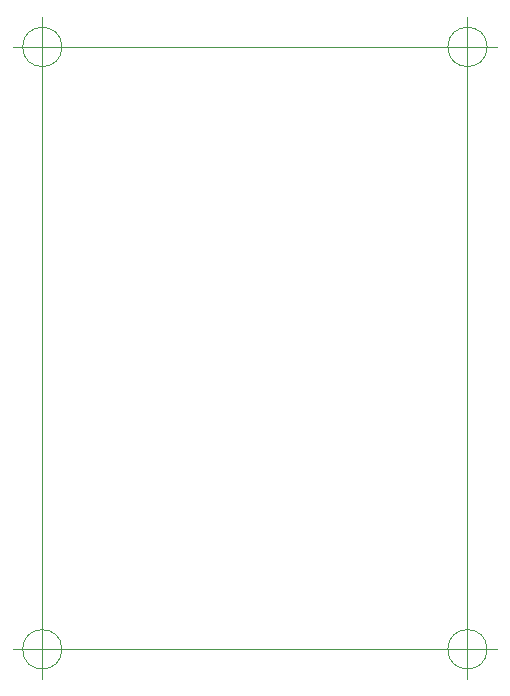
<source format=gbr>
G04 #@! TF.GenerationSoftware,KiCad,Pcbnew,(5.1.9)-1*
G04 #@! TF.CreationDate,2021-11-06T09:49:11-06:00*
G04 #@! TF.ProjectId,ABSIS_Nano,41425349-535f-44e6-916e-6f2e6b696361,1*
G04 #@! TF.SameCoordinates,Original*
G04 #@! TF.FileFunction,Profile,NP*
%FSLAX46Y46*%
G04 Gerber Fmt 4.6, Leading zero omitted, Abs format (unit mm)*
G04 Created by KiCad (PCBNEW (5.1.9)-1) date 2021-11-06 09:49:11*
%MOMM*%
%LPD*%
G01*
G04 APERTURE LIST*
G04 #@! TA.AperFunction,Profile*
%ADD10C,0.100000*%
G04 #@! TD*
G04 APERTURE END LIST*
D10*
X159476666Y-63810000D02*
G75*
G03*
X159476666Y-63810000I-1666666J0D01*
G01*
X155310000Y-63810000D02*
X160310000Y-63810000D01*
X157810000Y-61310000D02*
X157810000Y-66310000D01*
X159476666Y-114810000D02*
G75*
G03*
X159476666Y-114810000I-1666666J0D01*
G01*
X155310000Y-114810000D02*
X160310000Y-114810000D01*
X157810000Y-112310000D02*
X157810000Y-117310000D01*
X123476666Y-114810000D02*
G75*
G03*
X123476666Y-114810000I-1666666J0D01*
G01*
X119310000Y-114810000D02*
X124310000Y-114810000D01*
X121810000Y-112310000D02*
X121810000Y-117310000D01*
X123476666Y-63810000D02*
G75*
G03*
X123476666Y-63810000I-1666666J0D01*
G01*
X119310000Y-63810000D02*
X124310000Y-63810000D01*
X121810000Y-61310000D02*
X121810000Y-66310000D01*
X157810000Y-114810000D02*
X157810000Y-63810000D01*
X121810000Y-114810000D02*
X157810000Y-114810000D01*
X121810000Y-63810000D02*
X121810000Y-114810000D01*
X157810000Y-63810000D02*
X121810000Y-63810000D01*
M02*

</source>
